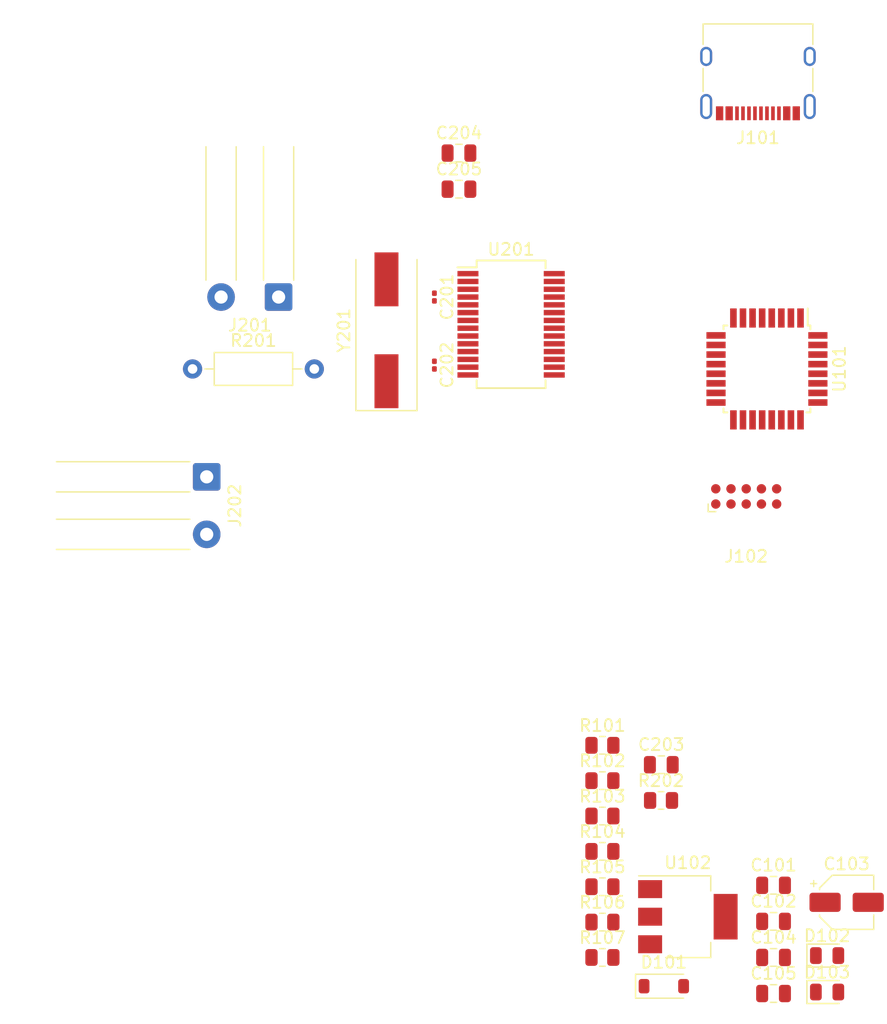
<source format=kicad_pcb>
(kicad_pcb (version 20221018) (generator pcbnew)
  (layers (0 "F.Cu" signal) (31 "B.Cu" signal) (34 "B.Paste" user) (35 "F.Paste" user) (36 "B.SilkS" user "B.Silkscreen") (37 "F.SilkS" user "F.Silkscreen") (38 "B.Mask" user) (39 "F.Mask" user) (44 "Edge.Cuts" user))
  (net 0 "")
  (net 1 "GND")
  (net 2 "Net-(U201-OSC1)")
  (net 3 "Net-(U201-OSC2)")
  (net 4 "+5V")
  (net 5 "/CANBUS/CANL")
  (net 6 "/CANBUS/CANH")
  (net 7 "Net-(U101-UCAP)")
  (net 13 "+12V")
  (net 14 "/CANBUS/CS")
  (net 16 "Net-(U201-TXD)")
  (net 17 "Net-(U201-RXD)")
  (net 18 "Net-(D101-A)")
  (net 21 "Net-(D102-A)")
  (net 22 "Net-(D103-A)")
  (net 23 "/ICSP_MOSI")
  (net 26 "/ICSP_RST")
  (net 28 "/ICSP_SCK")
  (net 30 "/ICSP_MISO")
  (net 31 "/USB+")
  (net 32 "Net-(U101-D+)")
  (net 33 "/USB-")
  (net 34 "Net-(U101-D-)")
  (net 35 "Net-(J101-CC2)")
  (net 36 "Net-(J101-CC1)")
  (net 37 "Net-(U101-PD0)")
  (net 38 "/CANBUS/STBY")
  (net 39 "/CLKOUT")
  (net 58 "/CANBUS/INT")
  (footprint "Capacitor_SMD:C_0805_2012Metric" (layer "F.Cu") (at 9.05 -26)
    (fp_text reference "C205" (at 0 -1.68) (layer "F.SilkS"))
    (fp_text value "100nf")
    (fp_line (start -0.261252 -0.735) (end 0.261252 -0.735) (stroke (width 0.12)) (layer "F.SilkS"))
    (fp_line (start -0.261252 0.735) (end 0.261252 0.735) (stroke (width 0.12)) (layer "F.SilkS"))
    (pad "1" smd roundrect (at -0.95 0) (size 1 1.45) (layers "F.Cu" "F.Paste" "F.Mask") (net 4 "+5V"))
    (pad "2" smd roundrect (at 0.95 0) (size 1 1.45) (layers "F.Cu" "F.Paste" "F.Mask") (net 1 "GND"))
  )
  (footprint "Resistor_SMD:R_0805_2012Metric" (layer "F.Cu") (at 21.02 20.4)
    (fp_text reference "R101" (at 0 -1.65) (layer "F.SilkS"))
    (fp_text value "22R")
    (fp_line (start -0.227064 -0.735) (end 0.227064 -0.735) (stroke (width 0.12)) (layer "F.SilkS"))
    (fp_line (start -0.227064 0.735) (end 0.227064 0.735) (stroke (width 0.12)) (layer "F.SilkS"))
    (pad "1" smd roundrect (at -0.9125 0) (size 1.025 1.4) (layers "F.Cu" "F.Paste" "F.Mask") (roundrect_rratio 0.243902) (net 31 "/USB+"))
    (pad "2" smd roundrect (at 0.9125 0) (size 1.025 1.4) (layers "F.Cu" "F.Paste" "F.Mask") (roundrect_rratio 0.243902) (net 32 "Net-(U101-D+)"))
  )
  (footprint "Resistor_SMD:R_0805_2012Metric" (layer "F.Cu") (at 21.02 38.1)
    (fp_text reference "R107" (at 0 -1.65) (layer "F.SilkS"))
    (fp_text value "1K")
    (fp_line (start -0.227064 -0.735) (end 0.227064 -0.735) (stroke (width 0.12)) (layer "F.SilkS"))
    (fp_line (start -0.227064 0.735) (end 0.227064 0.735) (stroke (width 0.12)) (layer "F.SilkS"))
    (pad "1" smd roundrect (at -0.9125 0) (size 1.025 1.4) (layers "F.Cu" "F.Paste" "F.Mask") (roundrect_rratio 0.243902) (net 4 "+5V"))
    (pad "2" smd roundrect (at 0.9125 0) (size 1.025 1.4) (layers "F.Cu" "F.Paste" "F.Mask") (roundrect_rratio 0.243902) (net 22 "Net-(D103-A)"))
  )
  (footprint "Package_QFP:TQFP-32_7x7mm_P0.8mm" (layer "F.Cu") (at 34.75 -11 -90)
    (fp_text reference "U101" (at 0 -6.05 90) (layer "F.SilkS"))
    (fp_text value "ATmega16U2")
    (fp_line (start -3.625 -3.625) (end -3.625 -3.4) (stroke (width 0.15)) (layer "F.SilkS"))
    (fp_line (start -3.625 -3.625) (end -3.3 -3.625) (stroke (width 0.15)) (layer "F.SilkS"))
    (fp_line (start -3.625 -3.4) (end -5.05 -3.4) (stroke (width 0.15)) (layer "F.SilkS"))
    (fp_line (start -3.625 3.625) (end -3.625 3.3) (stroke (width 0.15)) (layer "F.SilkS"))
    (fp_line (start -3.625 3.625) (end -3.3 3.625) (stroke (width 0.15)) (layer "F.SilkS"))
    (fp_line (start 3.625 -3.625) (end 3.3 -3.625) (stroke (width 0.15)) (layer "F.SilkS"))
    (fp_line (start 3.625 -3.625) (end 3.625 -3.3) (stroke (width 0.15)) (layer "F.SilkS"))
    (fp_line (start 3.625 3.625) (end 3.3 3.625) (stroke (width 0.15)) (layer "F.SilkS"))
    (fp_line (start 3.625 3.625) (end 3.625 3.3) (stroke (width 0.15)) (layer "F.SilkS"))
    (pad "1" smd rect (at -4.25 -2.8 270) (size 1.6 0.55) (layers "F.Cu" "F.Paste" "F.Mask") (net 39 "/CLKOUT"))
    (pad "2" smd rect (at -4.25 -2 270) (size 1.6 0.55) (layers "F.Cu" "F.Paste" "F.Mask"))
    (pad "3" smd rect (at -4.25 -1.2 270) (size 1.6 0.55) (layers "F.Cu" "F.Paste" "F.Mask") (net 1 "GND"))
    (pad "4" smd rect (at -4.25 -0.4 270) (size 1.6 0.55) (layers "F.Cu" "F.Paste" "F.Mask") (net 4 "+5V"))
    (pad "5" smd rect (at -4.25 0.4 270) (size 1.6 0.55) (layers "F.Cu" "F.Paste" "F.Mask"))
    (pad "6" smd rect (at -4.25 1.2 270) (size 1.6 0.55) (layers "F.Cu" "F.Paste" "F.Mask") (net 37 "Net-(U101-PD0)"))
    (pad "7" smd rect (at -4.25 2 270) (size 1.6 0.55) (layers "F.Cu" "F.Paste" "F.Mask"))
    (pad "8" smd rect (at -4.25 2.8 270) (size 1.6 0.55) (layers "F.Cu" "F.Paste" "F.Mask"))
    (pad "9" smd rect (at -2.8 4.25) (size 1.6 0.55) (layers "F.Cu" "F.Paste" "F.Mask"))
    (pad "10" smd rect (at -2 4.25) (size 1.6 0.55) (layers "F.Cu" "F.Paste" "F.Mask"))
    (pad "11" smd rect (at -1.2 4.25) (size 1.6 0.55) (layers "F.Cu" "F.Paste" "F.Mask"))
    (pad "12" smd rect (at -0.4 4.25) (size 1.6 0.55) (layers "F.Cu" "F.Paste" "F.Mask"))
    (pad "13" smd rect (at 0.4 4.25) (size 1.6 0.55) (layers "F.Cu" "F.Paste" "F.Mask"))
    (pad "14" smd rect (at 1.2 4.25) (size 1.6 0.55) (layers "F.Cu" "F.Paste" "F.Mask"))
    (pad "15" smd rect (at 2 4.25) (size 1.6 0.55) (layers "F.Cu" "F.Paste" "F.Mask") (net 28 "/ICSP_SCK"))
    (pad "16" smd rect (at 2.8 4.25) (size 1.6 0.55) (layers "F.Cu" "F.Paste" "F.Mask") (net 23 "/ICSP_MOSI"))
    (pad "17" smd rect (at 4.25 2.8 270) (size 1.6 0.55) (layers "F.Cu" "F.Paste" "F.Mask") (net 30 "/ICSP_MISO"))
    (pad "18" smd rect (at 4.25 2 270) (size 1.6 0.55) (layers "F.Cu" "F.Paste" "F.Mask"))
    (pad "19" smd rect (at 4.25 1.2 270) (size 1.6 0.55) (layers "F.Cu" "F.Paste" "F.Mask"))
    (pad "20" smd rect (at 4.25 0.4 270) (size 1.6 0.55) (layers "F.Cu" "F.Paste" "F.Mask"))
    (pad "21" smd rect (at 4.25 -0.4 270) (size 1.6 0.55) (layers "F.Cu" "F.Paste" "F.Mask"))
    (pad "22" smd rect (at 4.25 -1.2 270) (size 1.6 0.55) (layers "F.Cu" "F.Paste" "F.Mask"))
    (pad "23" smd rect (at 4.25 -2 270) (size 1.6 0.55) (layers "F.Cu" "F.Paste" "F.Mask"))
    (pad "24" smd rect (at 4.25 -2.8 270) (size 1.6 0.55) (layers "F.Cu" "F.Paste" "F.Mask") (net 26 "/ICSP_RST"))
    (pad "25" smd rect (at 2.8 -4.25) (size 1.6 0.55) (layers "F.Cu" "F.Paste" "F.Mask"))
    (pad "26" smd rect (at 2 -4.25) (size 1.6 0.55) (layers "F.Cu" "F.Paste" "F.Mask"))
    (pad "27" smd rect (at 1.2 -4.25) (size 1.6 0.55) (layers "F.Cu" "F.Paste" "F.Mask") (net 7 "Net-(U101-UCAP)"))
    (pad "28" smd rect (at 0.4 -4.25) (size 1.6 0.55) (layers "F.Cu" "F.Paste" "F.Mask") (net 1 "GND"))
    (pad "29" smd rect (at -0.4 -4.25) (size 1.6 0.55) (layers "F.Cu" "F.Paste" "F.Mask") (net 32 "Net-(U101-D+)"))
    (pad "30" smd rect (at -1.2 -4.25) (size 1.6 0.55) (layers "F.Cu" "F.Paste" "F.Mask") (net 34 "Net-(U101-D-)"))
    (pad "31" smd rect (at -2 -4.25) (size 1.6 0.55) (layers "F.Cu" "F.Paste" "F.Mask") (net 4 "+5V"))
    (pad "32" smd rect (at -2.8 -4.25) (size 1.6 0.55) (layers "F.Cu" "F.Paste" "F.Mask") (net 4 "+5V"))
  )
  (footprint "Resistor_SMD:R_0805_2012Metric" (layer "F.Cu") (at 25.9125 25)
    (fp_text reference "R202" (at 0 -1.65) (layer "F.SilkS"))
    (fp_text value "120R")
    (fp_line (start -0.227064 -0.735) (end 0.227064 -0.735) (stroke (width 0.12)) (layer "F.SilkS"))
    (fp_line (start -0.227064 0.735) (end 0.227064 0.735) (stroke (width 0.12)) (layer "F.SilkS"))
    (pad "1" smd roundrect (at -0.9125 0) (size 1.025 1.4) (layers "F.Cu" "F.Paste" "F.Mask") (roundrect_rratio 0.243902) (net 1 "GND"))
    (pad "2" smd roundrect (at 0.9125 0) (size 1.025 1.4) (layers "F.Cu" "F.Paste" "F.Mask") (roundrect_rratio 0.243902) (net 38 "/CANBUS/STBY"))
  )
  (footprint "Capacitor_SMD:C_0201_0603Metric" (layer "F.Cu") (at 7 -17 -90)
    (fp_text reference "C201" (at 0 -1.05 90) (layer "F.SilkS"))
    (fp_text value "22pf")
    (pad "1" smd roundrect (at -0.32 0 270) (size 0.46 0.4) (layers "F.Cu" "F.Mask") (net 1 "GND"))
    (pad "2" smd roundrect (at 0.32 0 270) (size 0.46 0.4) (layers "F.Cu" "F.Mask") (net 2 "Net-(U201-OSC1)"))
  )
  (footprint "Package_TO_SOT_SMD:SOT-223-3_TabPin2" (layer "F.Cu") (at 28.15 34.7)
    (fp_text reference "U102" (at 0 -4.5) (layer "F.SilkS"))
    (fp_text value "LM1117MP-5.0")
    (fp_line (start -4.1 -3.41) (end 1.91 -3.41) (stroke (width 0.12)) (layer "F.SilkS"))
    (fp_line (start -1.85 3.41) (end 1.91 3.41) (stroke (width 0.12)) (layer "F.SilkS"))
    (fp_line (start 1.91 -3.41) (end 1.91 -2.15) (stroke (width 0.12)) (layer "F.SilkS"))
    (fp_line (start 1.91 3.41) (end 1.91 2.15) (stroke (width 0.12)) (layer "F.SilkS"))
    (pad "1" smd rect (at -3.15 -2.3) (size 2 1.5) (layers "F.Cu" "F.Paste" "F.Mask") (net 1 "GND"))
    (pad "2" smd rect (at -3.15 0) (size 2 1.5) (layers "F.Cu" "F.Paste" "F.Mask") (net 4 "+5V"))
    (pad "2" smd rect (at 3.15 0) (size 2 3.8) (layers "F.Cu" "F.Paste" "F.Mask") (net 4 "+5V"))
    (pad "3" smd rect (at -3.15 2.3) (size 2 1.5) (layers "F.Cu" "F.Paste" "F.Mask") (net 13 "+12V"))
  )
  (footprint "Capacitor_SMD:C_0805_2012Metric" (layer "F.Cu") (at 35.3 32.08)
    (fp_text reference "C101" (at 0 -1.68) (layer "F.SilkS"))
    (fp_text value "1u")
    (fp_line (start -0.261252 -0.735) (end 0.261252 -0.735) (stroke (width 0.12)) (layer "F.SilkS"))
    (fp_line (start -0.261252 0.735) (end 0.261252 0.735) (stroke (width 0.12)) (layer "F.SilkS"))
    (pad "1" smd roundrect (at -0.95 0) (size 1 1.45) (layers "F.Cu" "F.Paste" "F.Mask") (net 7 "Net-(U101-UCAP)"))
    (pad "2" smd roundrect (at 0.95 0) (size 1 1.45) (layers "F.Cu" "F.Paste" "F.Mask") (net 1 "GND"))
  )
  (footprint "Resistor_SMD:R_0805_2012Metric" (layer "F.Cu") (at 21.02 23.35)
    (fp_text reference "R102" (at 0 -1.65) (layer "F.SilkS"))
    (fp_text value "22R")
    (fp_line (start -0.227064 -0.735) (end 0.227064 -0.735) (stroke (width 0.12)) (layer "F.SilkS"))
    (fp_line (start -0.227064 0.735) (end 0.227064 0.735) (stroke (width 0.12)) (layer "F.SilkS"))
    (pad "1" smd roundrect (at -0.9125 0) (size 1.025 1.4) (layers "F.Cu" "F.Paste" "F.Mask") (roundrect_rratio 0.243902) (net 33 "/USB-"))
    (pad "2" smd roundrect (at 0.9125 0) (size 1.025 1.4) (layers "F.Cu" "F.Paste" "F.Mask") (roundrect_rratio 0.243902) (net 34 "Net-(U101-D-)"))
  )
  (footprint "LED_SMD:LED_0805_2012Metric" (layer "F.Cu") (at 39.77 37.945)
    (fp_text reference "D102" (at 0 -1.65) (layer "F.SilkS"))
    (fp_text value "STAT")
    (fp_line (start -1.685 -0.96) (end -1.685 0.96) (stroke (width 0.12)) (layer "F.SilkS"))
    (fp_line (start -1.685 0.96) (end 1 0.96) (stroke (width 0.12)) (layer "F.SilkS"))
    (fp_line (start 1 -0.96) (end -1.685 -0.96) (stroke (width 0.12)) (layer "F.SilkS"))
    (pad "1" smd roundrect (at -0.9375 0) (size 0.975 1.4) (layers "F.Cu" "F.Paste" "F.Mask") (net 1 "GND"))
    (pad "2" smd roundrect (at 0.9375 0) (size 0.975 1.4) (layers "F.Cu" "F.Paste" "F.Mask") (net 21 "Net-(D102-A)"))
  )
  (footprint "Capacitor_SMD:C_0805_2012Metric" (layer "F.Cu") (at 35.3 41.11)
    (fp_text reference "C105" (at 0 -1.68) (layer "F.SilkS"))
    (fp_text value "1uF")
    (fp_line (start -0.261252 -0.735) (end 0.261252 -0.735) (stroke (width 0.12)) (layer "F.SilkS"))
    (fp_line (start -0.261252 0.735) (end 0.261252 0.735) (stroke (width 0.12)) (layer "F.SilkS"))
    (pad "1" smd roundrect (at -0.95 0) (size 1 1.45) (layers "F.Cu" "F.Paste" "F.Mask") (net 4 "+5V"))
    (pad "2" smd roundrect (at 0.95 0) (size 1 1.45) (layers "F.Cu" "F.Paste" "F.Mask") (net 1 "GND"))
  )
  (footprint "Package_SO:SSOP-28_5.3x10.2mm_P0.65mm" (layer "F.Cu") (at 13.4 -14.725)
    (fp_text reference "U201" (at 0 -6.25) (layer "F.SilkS"))
    (fp_text value "MCP25625-x-SS")
    (fp_line (start -2.875 -5.325) (end -2.875 -4.75) (stroke (width 0.15)) (layer "F.SilkS"))
    (fp_line (start -2.875 -5.325) (end 2.875 -5.325) (stroke (width 0.15)) (layer "F.SilkS"))
    (fp_line (start -2.875 -4.75) (end -4.475 -4.75) (stroke (width 0.15)) (layer "F.SilkS"))
    (fp_line (start -2.875 5.325) (end -2.875 4.675) (stroke (width 0.15)) (layer "F.SilkS"))
    (fp_line (start -2.875 5.325) (end 2.875 5.325) (stroke (width 0.15)) (layer "F.SilkS"))
    (fp_line (start 2.875 -5.325) (end 2.875 -4.675) (stroke (width 0.15)) (layer "F.SilkS"))
    (fp_line (start 2.875 5.325) (end 2.875 4.675) (stroke (width 0.15)) (layer "F.SilkS"))
    (pad "1" smd rect (at -3.6 -4.225) (size 1.75 0.45) (layers "F.Cu" "F.Paste" "F.Mask") (net 4 "+5V"))
    (pad "2" smd rect (at -3.6 -3.575) (size 1.75 0.45) (layers "F.Cu" "F.Paste" "F.Mask"))
    (pad "3" smd rect (at -3.6 -2.925) (size 1.75 0.45) (layers "F.Cu" "F.Paste" "F.Mask") (net 5 "/CANBUS/CANL"))
    (pad "4" smd rect (at -3.6 -2.275) (size 1.75 0.45) (layers "F.Cu" "F.Paste" "F.Mask") (net 6 "/CANBUS/CANH"))
    (pad "5" smd rect (at -3.6 -1.625) (size 1.75 0.45) (layers "F.Cu" "F.Paste" "F.Mask") (net 38 "/CANBUS/STBY"))
    (pad "6" smd rect (at -3.6 -0.975) (size 1.75 0.45) (layers "F.Cu" "F.Paste" "F.Mask"))
    (pad "7" smd rect (at -3.6 -0.325) (size 1.75 0.45) (layers "F.Cu" "F.Paste" "F.Mask"))
    (pad "8" smd rect (at -3.6 0.325) (size 1.75 0.45) (layers "F.Cu" "F.Paste" "F.Mask") (net 3 "Net-(U201-OSC2)"))
    (pad "9" smd rect (at -3.6 0.975) (size 1.75 0.45) (layers "F.Cu" "F.Paste" "F.Mask") (net 2 "Net-(U201-OSC1)"))
    (pad "10" smd rect (at -3.6 1.625) (size 1.75 0.45) (layers "F.Cu" "F.Paste" "F.Mask") (net 1 "GND"))
    (pad "11" smd rect (at -3.6 2.275) (size 1.75 0.45) (layers "F.Cu" "F.Paste" "F.Mask"))
    (pad "12" smd rect (at -3.6 2.925) (size 1.75 0.45) (layers "F.Cu" "F.Paste" "F.Mask"))
    (pad "13" smd rect (at -3.6 3.575) (size 1.75 0.45) (layers "F.Cu" "F.Paste" "F.Mask") (net 58 "/CANBUS/INT"))
    (pad "14" smd rect (at -3.6 4.225) (size 1.75 0.45) (layers "F.Cu" "F.Paste" "F.Mask") (net 28 "/ICSP_SCK"))
    (pad "15" smd rect (at 3.6 4.225) (size 1.75 0.45) (layers "F.Cu" "F.Paste" "F.Mask") (net 23 "/ICSP_MOSI"))
    (pad "16" smd rect (at 3.6 3.575) (size 1.75 0.45) (layers "F.Cu" "F.Paste" "F.Mask") (net 30 "/ICSP_MISO"))
    (pad "17" smd rect (at 3.6 2.925) (size 1.75 0.45) (layers "F.Cu" "F.Paste" "F.Mask") (net 14 "/CANBUS/CS"))
    (pad "18" smd rect (at 3.6 2.275) (size 1.75 0.45) (layers "F.Cu" "F.Paste" "F.Mask"))
    (pad "19" smd rect (at 3.6 1.625) (size 1.75 0.45) (layers "F.Cu" "F.Paste" "F.Mask") (net 4 "+5V"))
    (pad "20" smd rect (at 3.6 0.975) (size 1.75 0.45) (layers "F.Cu" "F.Paste" "F.Mask") (net 16 "Net-(U201-TXD)"))
    (pad "21" smd rect (at 3.6 0.325) (size 1.75 0.45) (layers "F.Cu" "F.Paste" "F.Mask") (net 17 "Net-(U201-RXD)"))
    (pad "22" smd rect (at 3.6 -0.325) (size 1.75 0.45) (layers "F.Cu" "F.Paste" "F.Mask") (net 39 "/CLKOUT"))
    (pad "23" smd rect (at 3.6 -0.975) (size 1.75 0.45) (layers "F.Cu" "F.Paste" "F.Mask"))
    (pad "24" smd rect (at 3.6 -1.625) (size 1.75 0.45) (layers "F.Cu" "F.Paste" "F.Mask") (net 16 "Net-(U201-TXD)"))
    (pad "25" smd rect (at 3.6 -2.275) (size 1.75 0.45) (layers "F.Cu" "F.Paste" "F.Mask"))
    (pad "26" smd rect (at 3.6 -2.925) (size 1.75 0.45) (layers "F.Cu" "F.Paste" "F.Mask") (net 1 "GND"))
    (pad "27" smd rect (at 3.6 -3.575) (size 1.75 0.45) (layers "F.Cu" "F.Paste" "F.Mask") (net 4 "+5V"))
    (pad "28" smd rect (at 3.6 -4.225) (size 1.75 0.45) (layers "F.Cu" "F.Paste" "F.Mask") (net 17 "Net-(U201-RXD)"))
  )
  (footprint "Capacitor_SMD:C_0805_2012Metric" (layer "F.Cu") (at 25.9325 22.02)
    (fp_text reference "C203" (at 0 -1.68) (layer "F.SilkS"))
    (fp_text value "100nf")
    (fp_line (start -0.261252 -0.735) (end 0.261252 -0.735) (stroke (width 0.12)) (layer "F.SilkS"))
    (fp_line (start -0.261252 0.735) (end 0.261252 0.735) (stroke (width 0.12)) (layer "F.SilkS"))
    (pad "1" smd roundrect (at -0.95 0) (size 1 1.45) (layers "F.Cu" "F.Paste" "F.Mask") (net 4 "+5V"))
    (pad "2" smd roundrect (at 0.95 0) (size 1 1.45) (layers "F.Cu" "F.Paste" "F.Mask") (net 1 "GND"))
  )
  (footprint "Capacitor_SMD:C_0805_2012Metric" (layer "F.Cu") (at 35.3 35.09)
    (fp_text reference "C102" (at 0 -1.68) (layer "F.SilkS"))
    (fp_text value "100nF")
    (fp_line (start -0.261252 -0.735) (end 0.261252 -0.735) (stroke (width 0.12)) (layer "F.SilkS"))
    (fp_line (start -0.261252 0.735) (end 0.261252 0.735) (stroke (width 0.12)) (layer "F.SilkS"))
    (pad "1" smd roundrect (at -0.95 0) (size 1 1.45) (layers "F.Cu" "F.Paste" "F.Mask") (net 4 "+5V"))
    (pad "2" smd roundrect (at 0.95 0) (size 1 1.45) (layers "F.Cu" "F.Paste" "F.Mask") (net 1 "GND"))
  )
  (footprint "Connector_Wire:SolderWire-0.5sqmm_1x02_P4.8mm_D0.9mm_OD2.3mm_Relief" (layer "F.Cu") (at -6 -17 180)
    (fp_text reference "J201" (at 2.4 -2.35) (layer "F.SilkS"))
    (fp_text value "CAN")
    (fp_line (start -1.26 1.41) (end -1.26 12.54) (stroke (width 0.12)) (layer "F.SilkS"))
    (fp_line (start 1.26 1.41) (end 1.26 12.54) (stroke (width 0.12)) (layer "F.SilkS"))
    (fp_line (start 3.54 1.41) (end 3.54 12.54) (stroke (width 0.12)) (layer "F.SilkS"))
    (fp_line (start 6.06 1.41) (end 6.06 12.54) (stroke (width 0.12)) (layer "F.SilkS"))
    (pad "" np_thru_hole circle (at 0 13.8 180) (size 2.8 2.8) (drill 2.8) (layers "*.Cu" "*.Mask"))
    (pad "" np_thru_hole circle (at 4.8 13.8 180) (size 2.8 2.8) (drill 2.8) (layers "*.Cu" "*.Mask"))
    (pad "1" thru_hole roundrect (at 0 0 180) (size 2.3 2.3) (drill 1.1) (layers "*.Cu" "*.Mask") (roundrect_rratio 0.108696) (net 6 "/CANBUS/CANH"))
    (pad "2" thru_hole circle (at 4.8 0 180) (size 2.3 2.3) (drill 1.1) (layers "*.Cu" "*.Mask") (net 5 "/CANBUS/CANL"))
  )
  (footprint "Capacitor_SMD:C_0201_0603Metric" (layer "F.Cu") (at 7 -11.32 -90)
    (fp_text reference "C202" (at 0 -1.05 90) (layer "F.SilkS"))
    (fp_text value "22pf")
    (pad "1" smd roundrect (at -0.32 0 270) (size 0.46 0.4) (layers "F.Cu" "F.Mask") (net 3 "Net-(U201-OSC2)"))
    (pad "2" smd roundrect (at 0.32 0 270) (size 0.46 0.4) (layers "F.Cu" "F.Mask") (net 1 "GND"))
  )
  (footprint "LED_SMD:LED_0805_2012Metric" (layer "F.Cu") (at 39.77 40.985)
    (fp_text reference "D103" (at 0 -1.65) (layer "F.SilkS"))
    (fp_text value "PWR")
    (fp_line (start -1.685 -0.96) (end -1.685 0.96) (stroke (width 0.12)) (layer "F.SilkS"))
    (fp_line (start -1.685 0.96) (end 1 0.96) (stroke (width 0.12)) (layer "F.SilkS"))
    (fp_line (start 1 -0.96) (end -1.685 -0.96) (stroke (width 0.12)) (layer "F.SilkS"))
    (pad "1" smd roundrect (at -0.9375 0) (size 0.975 1.4) (layers "F.Cu" "F.Paste" "F.Mask") (net 1 "GND"))
    (pad "2" smd roundrect (at 0.9375 0) (size 0.975 1.4) (layers "F.Cu" "F.Paste" "F.Mask") (net 22 "Net-(D103-A)"))
  )
  (footprint "Resistor_SMD:R_0805_2012Metric" (layer "F.Cu") (at 21.02 32.2)
    (fp_text reference "R105" (at 0 -1.65) (layer "F.SilkS"))
    (fp_text value "5K1")
    (fp_line (start -0.227064 -0.735) (end 0.227064 -0.735) (stroke (width 0.12)) (layer "F.SilkS"))
    (fp_line (start -0.227064 0.735) (end 0.227064 0.735) (stroke (width 0.12)) (layer "F.SilkS"))
    (pad "1" smd roundrect (at -0.9125 0) (size 1.025 1.4) (layers "F.Cu" "F.Paste" "F.Mask") (roundrect_rratio 0.243902) (net 1 "GND"))
    (pad "2" smd roundrect (at 0.9125 0) (size 1.025 1.4) (layers "F.Cu" "F.Paste" "F.Mask") (roundrect_rratio 0.243902) (net 36 "Net-(J101-CC1)"))
  )
  (footprint "Capacitor_SMD:C_0805_2012Metric" (layer "F.Cu") (at 35.3 38.1)
    (fp_text reference "C104" (at 0 -1.68) (layer "F.SilkS"))
    (fp_text value "100nF")
    (fp_line (start -0.261252 -0.735) (end 0.261252 -0.735) (stroke (width 0.12)) (layer "F.SilkS"))
    (fp_line (start -0.261252 0.735) (end 0.261252 0.735) (stroke (width 0.12)) (layer "F.SilkS"))
    (pad "1" smd roundrect (at -0.95 0) (size 1 1.45) (layers "F.Cu" "F.Paste" "F.Mask") (net 13 "+12V"))
    (pad "2" smd roundrect (at 0.95 0) (size 1 1.45) (layers "F.Cu" "F.Paste" "F.Mask") (net 1 "GND"))
  )
  (footprint "Diode_SMD:D_SOD-123" (layer "F.Cu") (at 26.145 40.5)
    (fp_text reference "D101" (at 0 -2) (layer "F.SilkS"))
    (fp_text value "MBR0520LT")
    (fp_line (start -2.36 -1) (end -2.36 1) (stroke (width 0.12)) (layer "F.SilkS"))
    (fp_line (start -2.36 -1) (end 1.65 -1) (stroke (width 0.12)) (layer "F.SilkS"))
    (fp_line (start -2.36 1) (end 1.65 1) (stroke (width 0.12)) (layer "F.SilkS"))
    (pad "1" smd roundrect (at -1.65 0) (size 0.9 1.2) (layers "F.Cu" "F.Paste" "F.Mask") (net 4 "+5V"))
    (pad "2" smd roundrect (at 1.65 0) (size 0.9 1.2) (layers "F.Cu" "F.Paste" "F.Mask") (net 18 "Net-(D101-A)"))
  )
  (footprint "Connector:Tag-Connect_TC2050-IDC-FP_2x05_P1.27mm_Vertical" (layer "F.Cu") (at 33.02 -0.365)
    (fp_text reference "J102" (at 0 5) (layer "F.SilkS"))
    (fp_text value "Tag Connect")
    (fp_line (start -3.175 1.27) (end -3.175 0.635) (stroke (width 0.12)) (layer "F.SilkS"))
    (fp_line (start -2.54 1.27) (end -3.175 1.27) (stroke (width 0.12)) (layer "F.SilkS"))
    (pad "" np_thru_hole circle (at -3.81 -2.54) (size 2.3749 2.3749) (drill 2.3749) (layers "*.Cu" "*.Mask"))
    (pad "" np_thru_hole circle (at -3.81 0) (size 0.9906 0.9906) (drill 0.9906) (layers "*.Cu" "*.Mask"))
    (pad "" np_thru_hole circle (at -3.81 2.54) (size 2.3749 2.3749) (drill 2.3749) (layers "*.Cu" "*.Mask"))
    (pad "" np_thru_hole circle (at 1.905 -2.54) (size 2.3749 2.3749) (drill 2.3749) (layers "*.Cu" "*.Mask"))
    (pad "" np_thru_hole circle (at 1.905 2.54) (size 2.3749 2.3749) (drill 2.3749) (layers "*.Cu" "*.Mask"))
    (pad "" np_thru_hole circle (at 3.81 -1.016) (size 0.9906 0.9906) (drill 0.9906) (layers "*.Cu" "*.Mask"))
    (pad "" np_thru_hole circle (at 3.81 1.016) (size 0.9906 0.9906) (drill 0.9906) (layers "*.Cu" "*.Mask"))
    (pad "1" connect circle (at -2.54 0.635) (size 0.7874 0.7874) (layers "F.Cu" "F.Mask") (net 23 "/ICSP_MOSI"))
    (pad "2" connect circle (at -1.27 0.635) (size 0.7874 0.7874) (layers "F.Cu" "F.Mask") (net 4 "+5V"))
    (pad "3" connect circle (at 0 0.635) (size 0.7874 0.7874) (layers "F.Cu" "F.Mask"))
    (pad "4" connect circle (at 1.27 0.635) (size 0.7874 0.7874) (layers "F.Cu" "F.Mask"))
    (pad "5" connect circle (at 2.54 0.635) (size 0.7874 0.7874) (layers "F.Cu" "F.Mask") (net 26 "/ICSP_RST"))
    (pad "6" connect circle (at 2.54 -0.635) (size 0.7874 0.7874) (layers "F.Cu" "F.Mask"))
    (pad "7" connect circle (at 1.27 -0.635) (size 0.7874 0.7874) (layers "F.Cu" "F.Mask") (net 28 "/ICSP_SCK"))
    (pad "8" connect circle (at 0 -0.635) (size 0.7874 0.7874) (layers "F.Cu" "F.Mask"))
    (pad "9" connect circle (at -1.27 -0.635) (size 0.7874 0.7874) (layers "F.Cu" "F.Mask") (net 30 "/ICSP_MISO"))
    (pad "10" connect circle (at -2.54 -0.635) (size 0.7874 0.7874) (layers "F.Cu" "F.Mask") (net 1 "GND"))
  )
  (footprint "KenwoodFox:USB_C_Receptacle_XKB_U262-16XN-4BVC11_Full_Pads" (layer "F.Cu") (at 34 -36 180)
    (fp_text reference "J101" (at 0 -5.715) (layer "F.SilkS"))
    (fp_text value "USBC")
    (fp_line (start -4.58 -1.85) (end -4.58 0.07) (stroke (width 0.12)) (layer "F.SilkS"))
    (fp_line (start -4.58 3.785) (end -4.58 2.08) (stroke (width 0.12)) (layer "F.SilkS"))
    (fp_line (start 4.58 0.07) (end 4.58 -1.85) (stroke (width 0.12)) (layer "F.SilkS"))
    (fp_line (start 4.58 2.08) (end 4.58 3.785) (stroke (width 0.12)) (layer "F.SilkS"))
    (fp_line (start 4.58 3.785) (end -4.58 3.785) (stroke (width 0.12)) (layer "F.SilkS"))
    (pad "" np_thru_hole circle (at -2.89 -2.605 180) (size 0.65 0.65) (drill 0.65) (layers "*.Cu" "*.Mask"))
    (pad "" np_thru_hole circle (at 2.89 -2.605 180) (size 0.65 0.65) (drill 0.65) (layers "*.Cu" "*.Mask"))
    (pad "A1" smd rect (at -3.2 -3.67 180) (size 0.6 1.15) (layers "F.Cu" "F.Paste" "F.Mask") (net 1 "GND"))
    (pad "A4" smd rect (at -2.4 -3.67 180) (size 0.6 1.15) (layers "F.Cu" "F.Paste" "F.Mask") (net 18 "Net-(D101-A)"))
    (pad "A5" smd rect (at -1.25 -3.67 180) (size 0.3 1.15) (layers "F.Cu" "F.Paste" "F.Mask") (net 36 "Net-(J101-CC1)"))
    (pad "A6" smd rect (at -0.25 -3.67 180) (size 0.3 1.15) (layers "F.Cu" "F.Paste" "F.Mask") (net 31 "/USB+"))
    (pad "A7" smd rect (at 0.25 -3.67 180) (size 0.3 1.15) (layers "F.Cu" "F.Paste" "F.Mask") (net 33 "/USB-"))
    (pad "A8" smd rect (at 1.25 -3.67 180) (size 0.3 1.15) (layers "F.Cu" "F.Paste" "F.Mask"))
    (pad "A9" smd rect (at 2.4 -3.67 180) (size 0.6 1.15) (layers "F.Cu" "F.Paste" "F.Mask") (net 18 "Net-(D101-A)"))
    (pad "A12" smd rect (at 3.2 -3.67 180) (size 0.6 1.15) (layers "F.Cu" "F.Paste" "F.Mask") (net 1 "GND"))
    (pad "B1" smd rect (at 3.2 -3.67 180) (size 0.6 1.15) (layers "F.Cu" "F.Paste" "F.Mask") (net 1 "GND"))
    (pad "B4" smd rect (at 2.4 -3.67 180) (size 0.6 1.15) (layers "F.Cu" "F.Paste" "F.Mask") (net 18 "Net-(D101-A)"))
    (pad "B5" smd rect (at 1.75 -3.67 180) (size 0.3 1.15) (layers "F.Cu" "F.Paste" "F.Mask") (net 35 "Net-(J101-CC2)"))
    (pad "B6" smd rect (at 0.75 -3.67 180) (size 0.3 1.15) (layers "F.Cu" "F.Paste" "F.Mask") (net 31 "/USB+"))
    (pad "B7" smd rect (at -0.75 -3.67 180) (size 0.3 1.15) (layers "F.Cu" "F.Paste" "F.Mask") (net 33 "/USB-"))
    (pad "B8" smd rect (at -1.75 -3.67 180) (size 0.3 1.15) (layers "F.Cu" "F.Paste" "F.Mask"))
    (pad "B9" smd rect (at -2.4 -3.67 180) (size 0.6 1.15) (layers "F.Cu" "F.Paste" "F.Mask") (net 18 "Net-(D101-A)"))
    (pad "B12" smd rect (at -3.2 -3.67 180) (size 0.6 1.15) (layers "F.Cu" "F.Paste" "F.Mask") (net 1 "GND"))
    (pad "S1" thru_hole oval (at -4.32 -3.105 180) (size 1 2.1) (drill oval 0.6 1.7) (layers "*.Cu" "*.Mask") (net 1 "GND"))
    (pad "S1" thru_hole oval (at -4.32 1.075 180) (size 1 1.6) (drill oval 0.6 1.2) (layers "*.Cu" "*.Mask") (net 1 "GND"))
    (pad "S1" thru_hole oval (at 4.32 -3.105 180) (size 1 2.1) (drill oval 0.6 1.7) (layers "*.Cu" "*.Mask") (net 1 "GND"))
    (pad "S1" thru_hole oval (at 4.32 1.075 180) (size 1 1.6) (drill oval 0.6 1.2) (layers "*.Cu" "*.Mask") (net 1 "GND"))
  )
  (footprint "Capacitor_SMD:CP_Elec_4x3" (layer "F.Cu") (at 41.4 33.5)
    (fp_text reference "C103" (at 0 -3.2) (layer "F.SilkS"))
    (fp_text value "10uf")
    (fp_line (start -3 -1.56) (end -2.5 -1.56) (stroke (width 0.12)) (layer "F.SilkS"))
    (fp_line (start -2.75 -1.81) (end -2.75 -1.31) (stroke (width 0.12)) (layer "F.SilkS"))
    (fp_line (start -2.26 -1.195563) (end -2.26 -1.06) (stroke (width 0.12)) (layer "F.SilkS"))
    (fp_line (start -2.26 -1.195563) (end -1.195563 -2.26) (stroke (width 0.12)) (layer "F.SilkS"))
    (fp_line (start -2.26 1.195563) (end -2.26 1.06) (stroke (width 0.12)) (layer "F.SilkS"))
    (fp_line (start -2.26 1.195563) (end -1.195563 2.26) (stroke (width 0.12)) (layer "F.SilkS"))
    (fp_line (start -1.195563 -2.26) (end 2.26 -2.26) (stroke (width 0.12)) (layer "F.SilkS"))
    (fp_line (start -1.195563 2.26) (end 2.26 2.26) (stroke (width 0.12)) (layer "F.SilkS"))
    (fp_line (start 2.26 -2.26) (end 2.26 -1.06) (stroke (width 0.12)) (layer "F.SilkS"))
    (fp_line (start 2.26 2.26) (end 2.26 1.06) (stroke (width 0.12)) (layer "F.SilkS"))
    (pad "1" smd roundrect (at -1.8 0) (size 2.6 1.6) (layers "F.Cu" "F.Paste" "F.Mask") (roundrect_rratio 0.15625) (net 13 "+12V"))
    (pad "2" smd roundrect (at 1.8 0) (size 2.6 1.6) (layers "F.Cu" "F.Paste" "F.Mask") (roundrect_rratio 0.15625) (net 1 "GND"))
  )
  (footprint "Resistor_THT:R_Axial_DIN0207_L6.3mm_D2.5mm_P10.16mm_Horizontal" (layer "F.Cu") (at -13.18 -11)
    (fp_text reference "R201" (at 5.08 -2.37) (layer "F.SilkS"))
    (fp_text value "120R")
    (fp_line (start 1.04 0) (end 1.81 0) (stroke (width 0.12)) (layer "F.SilkS"))
    (fp_line (start 1.81 -1.37) (end 1.81 1.37) (stroke (width 0.12)) (layer "F.SilkS"))
    (fp_line (start 1.81 1.37) (end 8.35 1.37) (stroke (width 0.12)) (layer "F.SilkS"))
    (fp_line (start 8.35 -1.37) (end 1.81 -1.37) (stroke (width 0.12)) (layer "F.SilkS"))
    (fp_line (start 8.35 1.37) (end 8.35 -1.37) (stroke (width 0.12)) (layer "F.SilkS"))
    (fp_line (start 9.12 0) (end 8.35 0) (stroke (width 0.12)) (layer "F.SilkS"))
    (pad "1" thru_hole circle (at 0 0) (size 1.6 1.6) (drill 0.8) (layers "*.Cu" "*.Mask") (net 5 "/CANBUS/CANL"))
    (pad "2" thru_hole oval (at 10.16 0) (size 1.6 1.6) (drill 0.8) (layers "*.Cu" "*.Mask") (net 6 "/CANBUS/CANH"))
  )
  (footprint "Connector_Wire:SolderWire-0.5sqmm_1x02_P4.8mm_D0.9mm_OD2.3mm_Relief" (layer "F.Cu") (at -12 -2 -90)
    (fp_text reference "J202" (at 2.4 -2.35 90) (layer "F.SilkS"))
    (fp_text value "CAN")
    (fp_line (start -1.26 1.41) (end -1.26 12.54) (stroke (width 0.12)) (layer "F.SilkS"))
    (fp_line (start 1.26 1.41) (end 1.26 12.54) (stroke (width 0.12)) (layer "F.SilkS"))
    (fp_line (start 3.54 1.41) (end 3.54 12.54) (stroke (width 0.12)) (layer "F.SilkS"))
    (fp_line (start 6.06 1.41) (end 6.06 12.54) (stroke (width 0.12)) (layer "F.SilkS"))
    (pad "" np_thru_hole circle (at 0 13.8 270) (size 2.8 2.8) (drill 2.8) (layers "*.Cu" "*.Mask"))
    (pad "" np_thru_hole circle (at 4.8 13.8 270) (size 2.8 2.8) (drill 2.8) (layers "*.Cu" "*.Mask"))
    (pad "1" thru_hole roundrect (at 0 0 270) (size 2.3 2.3) (drill 1.1) (layers "*.Cu" "*.Mask") (roundrect_rratio 0.108696) (net 6 "/CANBUS/CANH"))
    (pad "2" thru_hole circle (at 4.8 0 270) (size 2.3 2.3) (drill 1.1) (layers "*.Cu" "*.Mask") (net 5 "/CANBUS/CANL"))
  )
  (footprint "Crystal:Crystal_SMD_HC49-SD" (layer "F.Cu") (at 3 -14.225 90)
    (fp_text reference "Y201" (at 0 -3.55 90) (layer "F.SilkS"))
    (fp_text value "16mHz")
    (fp_line (start -6.7 -2.55) (end -6.7 2.55) (stroke (width 0.12)) (layer "F.SilkS"))
    (fp_line (start -6.7 2.55) (end 5.9 2.55) (stroke (width 0.12)) (layer "F.SilkS"))
    (fp_line (start 5.9 -2.55) (end -6.7 -2.55) (stroke (width 0.12)) (layer "F.SilkS"))
    (pad "1" smd rect (at -4.25 0 90) (size 4.5 2) (layers "F.Cu" "F.Paste" "F.Mask") (net 3 "Net-(U201-OSC2)"))
    (pad "2" smd rect (at 4.25 0 90) (size 4.5 2) (layers "F.Cu" "F.Paste" "F.Mask") (net 2 "Net-(U201-OSC1)"))
  )
  (footprint "Capacitor_SMD:C_0805_2012Metric" (layer "F.Cu") (at 9.05 -29.01)
    (fp_text reference "C204" (at 0 -1.68) (layer "F.SilkS"))
    (fp_text value "100nf")
    (fp_line (start -0.261252 -0.735) (end 0.261252 -0.735) (stroke (width 0.12)) (layer "F.SilkS"))
    (fp_line (start -0.261252 0.735) (end 0.261252 0.735) (stroke (width 0.12)) (layer "F.SilkS"))
    (pad "1" smd roundrect (at -0.95 0) (size 1 1.45) (layers "F.Cu" "F.Paste" "F.Mask") (net 4 "+5V"))
    (pad "2" smd roundrect (at 0.95 0) (size 1 1.45) (layers "F.Cu" "F.Paste" "F.Mask") (net 1 "GND"))
  )
  (footprint "Resistor_SMD:R_0805_2012Metric" (layer "F.Cu") (at 21.02 29.25)
    (fp_text reference "R104" (at 0 -1.65) (layer "F.SilkS"))
    (fp_text value "5K1")
    (fp_line (start -0.227064 -0.735) (end 0.227064 -0.735) (stroke (width 0.12)) (layer "F.SilkS"))
    (fp_line (start -0.227064 0.735) (end 0.227064 0.735) (stroke (width 0.12)) (layer "F.SilkS"))
    (pad "1" smd roundrect (at -0.9125 0) (size 1.025 1.4) (layers "F.Cu" "F.Paste" "F.Mask") (roundrect_rratio 0.243902) (net 1 "GND"))
    (pad "2" smd roundrect (at 0.9125 0) (size 1.025 1.4) (layers "F.Cu" "F.Paste" "F.Mask") (roundrect_rratio 0.243902) (net 35 "Net-(J101-CC2)"))
  )
  (footprint "Resistor_SMD:R_0805_2012Metric" (layer "F.Cu") (at 21.02 35.15)
    (fp_text reference "R106" (at 0 -1.65) (layer "F.SilkS"))
    (fp_text value "1K")
    (fp_line (start -0.227064 -0.735) (end 0.227064 -0.735) (stroke (width 0.12)) (layer "F.SilkS"))
    (fp_line (start -0.227064 0.735) (end 0.227064 0.735) (stroke (width 0.12)) (layer "F.SilkS"))
    (pad "1" smd roundrect (at -0.9125 0) (size 1.025 1.4) (layers "F.Cu" "F.Paste" "F.Mask") (roundrect_rratio 0.243902) (net 37 "Net-(U101-PD0)"))
    (pad "2" smd roundrect (at 0.9125 0) (size 1.025 1.4) (layers "F.Cu" "F.Paste" "F.Mask") (roundrect_rratio 0.243902) (net 21 "Net-(D102-A)"))
  )
  (footprint "Resistor_SMD:R_0805_2012Metric" (layer "F.Cu") (at 21.02 26.3)
    (fp_text reference "R103" (at 0 -1.65) (layer "F.SilkS"))
    (fp_text value "10k")
    (fp_line (start -0.227064 -0.735) (end 0.227064 -0.735) (stroke (width 0.12)) (layer "F.SilkS"))
    (fp_line (start -0.227064 0.735) (end 0.227064 0.735) (stroke (width 0.12)) (layer "F.SilkS"))
    (pad "1" smd roundrect (at -0.9125 0) (size 1.025 1.4) (layers "F.Cu" "F.Paste" "F.Mask") (roundrect_rratio 0.243902) (net 26 "/ICSP_RST"))
    (pad "2" smd roundrect (at 0.9125 0) (size 1.025 1.4) (layers "F.Cu" "F.Paste" "F.Mask") (roundrect_rratio 0.243902) (net 4 "+5V"))
  )
)
</source>
